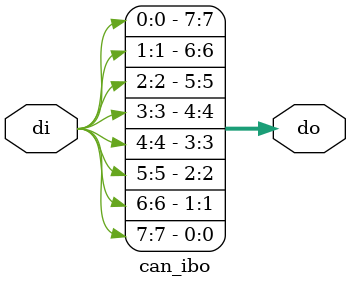
<source format=v>


module can_ibo
( 
  di,
  do
);

input   [7:0] di;
output  [7:0] do;

assign do[0] = di[7];
assign do[1] = di[6];
assign do[2] = di[5];
assign do[3] = di[4];
assign do[4] = di[3];
assign do[5] = di[2];
assign do[6] = di[1];
assign do[7] = di[0];

endmodule

</source>
